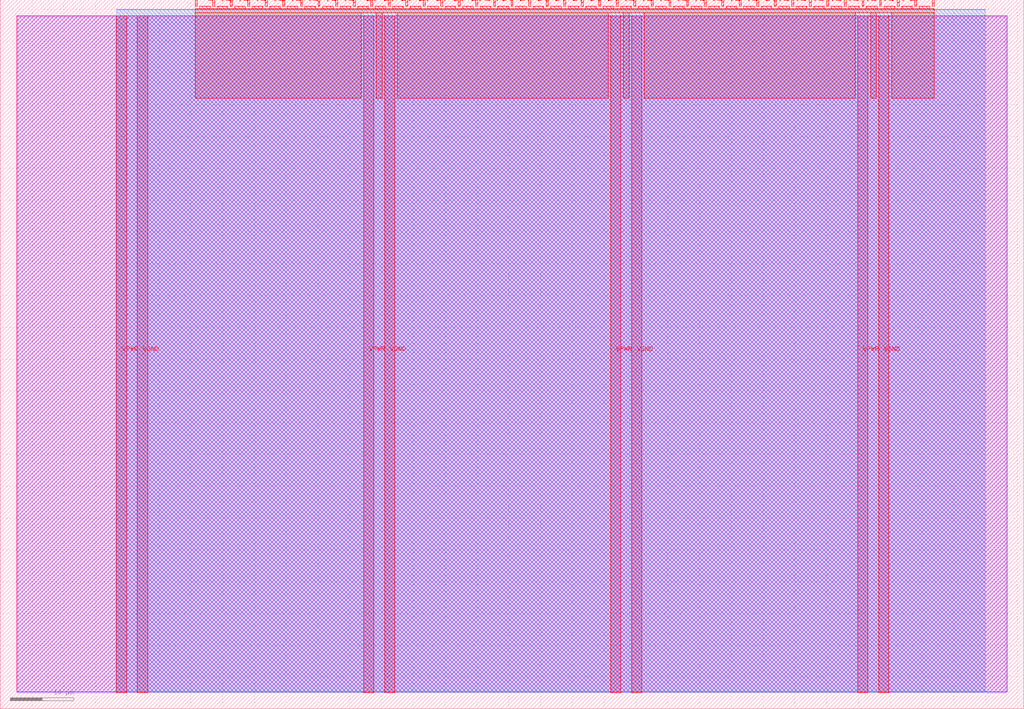
<source format=lef>
VERSION 5.7 ;
  NOWIREEXTENSIONATPIN ON ;
  DIVIDERCHAR "/" ;
  BUSBITCHARS "[]" ;
MACRO tt_um_morse_it
  CLASS BLOCK ;
  FOREIGN tt_um_morse_it ;
  ORIGIN 0.000 0.000 ;
  SIZE 161.000 BY 111.520 ;
  PIN VGND
    DIRECTION INOUT ;
    USE GROUND ;
    PORT
      LAYER met4 ;
        RECT 21.580 2.480 23.180 109.040 ;
    END
    PORT
      LAYER met4 ;
        RECT 60.450 2.480 62.050 109.040 ;
    END
    PORT
      LAYER met4 ;
        RECT 99.320 2.480 100.920 109.040 ;
    END
    PORT
      LAYER met4 ;
        RECT 138.190 2.480 139.790 109.040 ;
    END
  END VGND
  PIN VPWR
    DIRECTION INOUT ;
    USE POWER ;
    PORT
      LAYER met4 ;
        RECT 18.280 2.480 19.880 109.040 ;
    END
    PORT
      LAYER met4 ;
        RECT 57.150 2.480 58.750 109.040 ;
    END
    PORT
      LAYER met4 ;
        RECT 96.020 2.480 97.620 109.040 ;
    END
    PORT
      LAYER met4 ;
        RECT 134.890 2.480 136.490 109.040 ;
    END
  END VPWR
  PIN clk
    DIRECTION INPUT ;
    USE SIGNAL ;
    ANTENNAGATEAREA 0.852000 ;
    PORT
      LAYER met4 ;
        RECT 143.830 110.520 144.130 111.520 ;
    END
  END clk
  PIN ena
    DIRECTION INPUT ;
    USE SIGNAL ;
    ANTENNAGATEAREA 0.196500 ;
    PORT
      LAYER met4 ;
        RECT 146.590 110.520 146.890 111.520 ;
    END
  END ena
  PIN rst_n
    DIRECTION INPUT ;
    USE SIGNAL ;
    ANTENNAGATEAREA 0.196500 ;
    PORT
      LAYER met4 ;
        RECT 141.070 110.520 141.370 111.520 ;
    END
  END rst_n
  PIN ui_in[0]
    DIRECTION INPUT ;
    USE SIGNAL ;
    ANTENNAGATEAREA 0.213000 ;
    PORT
      LAYER met4 ;
        RECT 138.310 110.520 138.610 111.520 ;
    END
  END ui_in[0]
  PIN ui_in[1]
    DIRECTION INPUT ;
    USE SIGNAL ;
    PORT
      LAYER met4 ;
        RECT 135.550 110.520 135.850 111.520 ;
    END
  END ui_in[1]
  PIN ui_in[2]
    DIRECTION INPUT ;
    USE SIGNAL ;
    PORT
      LAYER met4 ;
        RECT 132.790 110.520 133.090 111.520 ;
    END
  END ui_in[2]
  PIN ui_in[3]
    DIRECTION INPUT ;
    USE SIGNAL ;
    PORT
      LAYER met4 ;
        RECT 130.030 110.520 130.330 111.520 ;
    END
  END ui_in[3]
  PIN ui_in[4]
    DIRECTION INPUT ;
    USE SIGNAL ;
    PORT
      LAYER met4 ;
        RECT 127.270 110.520 127.570 111.520 ;
    END
  END ui_in[4]
  PIN ui_in[5]
    DIRECTION INPUT ;
    USE SIGNAL ;
    PORT
      LAYER met4 ;
        RECT 124.510 110.520 124.810 111.520 ;
    END
  END ui_in[5]
  PIN ui_in[6]
    DIRECTION INPUT ;
    USE SIGNAL ;
    PORT
      LAYER met4 ;
        RECT 121.750 110.520 122.050 111.520 ;
    END
  END ui_in[6]
  PIN ui_in[7]
    DIRECTION INPUT ;
    USE SIGNAL ;
    PORT
      LAYER met4 ;
        RECT 118.990 110.520 119.290 111.520 ;
    END
  END ui_in[7]
  PIN uio_in[0]
    DIRECTION INPUT ;
    USE SIGNAL ;
    PORT
      LAYER met4 ;
        RECT 116.230 110.520 116.530 111.520 ;
    END
  END uio_in[0]
  PIN uio_in[1]
    DIRECTION INPUT ;
    USE SIGNAL ;
    PORT
      LAYER met4 ;
        RECT 113.470 110.520 113.770 111.520 ;
    END
  END uio_in[1]
  PIN uio_in[2]
    DIRECTION INPUT ;
    USE SIGNAL ;
    PORT
      LAYER met4 ;
        RECT 110.710 110.520 111.010 111.520 ;
    END
  END uio_in[2]
  PIN uio_in[3]
    DIRECTION INPUT ;
    USE SIGNAL ;
    PORT
      LAYER met4 ;
        RECT 107.950 110.520 108.250 111.520 ;
    END
  END uio_in[3]
  PIN uio_in[4]
    DIRECTION INPUT ;
    USE SIGNAL ;
    PORT
      LAYER met4 ;
        RECT 105.190 110.520 105.490 111.520 ;
    END
  END uio_in[4]
  PIN uio_in[5]
    DIRECTION INPUT ;
    USE SIGNAL ;
    PORT
      LAYER met4 ;
        RECT 102.430 110.520 102.730 111.520 ;
    END
  END uio_in[5]
  PIN uio_in[6]
    DIRECTION INPUT ;
    USE SIGNAL ;
    PORT
      LAYER met4 ;
        RECT 99.670 110.520 99.970 111.520 ;
    END
  END uio_in[6]
  PIN uio_in[7]
    DIRECTION INPUT ;
    USE SIGNAL ;
    PORT
      LAYER met4 ;
        RECT 96.910 110.520 97.210 111.520 ;
    END
  END uio_in[7]
  PIN uio_oe[0]
    DIRECTION OUTPUT ;
    USE SIGNAL ;
    PORT
      LAYER met4 ;
        RECT 49.990 110.520 50.290 111.520 ;
    END
  END uio_oe[0]
  PIN uio_oe[1]
    DIRECTION OUTPUT ;
    USE SIGNAL ;
    PORT
      LAYER met4 ;
        RECT 47.230 110.520 47.530 111.520 ;
    END
  END uio_oe[1]
  PIN uio_oe[2]
    DIRECTION OUTPUT ;
    USE SIGNAL ;
    PORT
      LAYER met4 ;
        RECT 44.470 110.520 44.770 111.520 ;
    END
  END uio_oe[2]
  PIN uio_oe[3]
    DIRECTION OUTPUT ;
    USE SIGNAL ;
    PORT
      LAYER met4 ;
        RECT 41.710 110.520 42.010 111.520 ;
    END
  END uio_oe[3]
  PIN uio_oe[4]
    DIRECTION OUTPUT ;
    USE SIGNAL ;
    PORT
      LAYER met4 ;
        RECT 38.950 110.520 39.250 111.520 ;
    END
  END uio_oe[4]
  PIN uio_oe[5]
    DIRECTION OUTPUT ;
    USE SIGNAL ;
    PORT
      LAYER met4 ;
        RECT 36.190 110.520 36.490 111.520 ;
    END
  END uio_oe[5]
  PIN uio_oe[6]
    DIRECTION OUTPUT ;
    USE SIGNAL ;
    PORT
      LAYER met4 ;
        RECT 33.430 110.520 33.730 111.520 ;
    END
  END uio_oe[6]
  PIN uio_oe[7]
    DIRECTION OUTPUT ;
    USE SIGNAL ;
    PORT
      LAYER met4 ;
        RECT 30.670 110.520 30.970 111.520 ;
    END
  END uio_oe[7]
  PIN uio_out[0]
    DIRECTION OUTPUT ;
    USE SIGNAL ;
    PORT
      LAYER met4 ;
        RECT 72.070 110.520 72.370 111.520 ;
    END
  END uio_out[0]
  PIN uio_out[1]
    DIRECTION OUTPUT ;
    USE SIGNAL ;
    PORT
      LAYER met4 ;
        RECT 69.310 110.520 69.610 111.520 ;
    END
  END uio_out[1]
  PIN uio_out[2]
    DIRECTION OUTPUT ;
    USE SIGNAL ;
    PORT
      LAYER met4 ;
        RECT 66.550 110.520 66.850 111.520 ;
    END
  END uio_out[2]
  PIN uio_out[3]
    DIRECTION OUTPUT ;
    USE SIGNAL ;
    PORT
      LAYER met4 ;
        RECT 63.790 110.520 64.090 111.520 ;
    END
  END uio_out[3]
  PIN uio_out[4]
    DIRECTION OUTPUT ;
    USE SIGNAL ;
    PORT
      LAYER met4 ;
        RECT 61.030 110.520 61.330 111.520 ;
    END
  END uio_out[4]
  PIN uio_out[5]
    DIRECTION OUTPUT ;
    USE SIGNAL ;
    PORT
      LAYER met4 ;
        RECT 58.270 110.520 58.570 111.520 ;
    END
  END uio_out[5]
  PIN uio_out[6]
    DIRECTION OUTPUT ;
    USE SIGNAL ;
    PORT
      LAYER met4 ;
        RECT 55.510 110.520 55.810 111.520 ;
    END
  END uio_out[6]
  PIN uio_out[7]
    DIRECTION OUTPUT ;
    USE SIGNAL ;
    PORT
      LAYER met4 ;
        RECT 52.750 110.520 53.050 111.520 ;
    END
  END uio_out[7]
  PIN uo_out[0]
    DIRECTION OUTPUT ;
    USE SIGNAL ;
    ANTENNAGATEAREA 0.247500 ;
    ANTENNADIFFAREA 0.891000 ;
    PORT
      LAYER met4 ;
        RECT 94.150 110.520 94.450 111.520 ;
    END
  END uo_out[0]
  PIN uo_out[1]
    DIRECTION OUTPUT ;
    USE SIGNAL ;
    ANTENNAGATEAREA 0.247500 ;
    ANTENNADIFFAREA 0.891000 ;
    PORT
      LAYER met4 ;
        RECT 91.390 110.520 91.690 111.520 ;
    END
  END uo_out[1]
  PIN uo_out[2]
    DIRECTION OUTPUT ;
    USE SIGNAL ;
    ANTENNAGATEAREA 0.247500 ;
    ANTENNADIFFAREA 0.891000 ;
    PORT
      LAYER met4 ;
        RECT 88.630 110.520 88.930 111.520 ;
    END
  END uo_out[2]
  PIN uo_out[3]
    DIRECTION OUTPUT ;
    USE SIGNAL ;
    ANTENNAGATEAREA 0.247500 ;
    ANTENNADIFFAREA 0.891000 ;
    PORT
      LAYER met4 ;
        RECT 85.870 110.520 86.170 111.520 ;
    END
  END uo_out[3]
  PIN uo_out[4]
    DIRECTION OUTPUT ;
    USE SIGNAL ;
    ANTENNAGATEAREA 0.247500 ;
    ANTENNADIFFAREA 0.891000 ;
    PORT
      LAYER met4 ;
        RECT 83.110 110.520 83.410 111.520 ;
    END
  END uo_out[4]
  PIN uo_out[5]
    DIRECTION OUTPUT ;
    USE SIGNAL ;
    ANTENNAGATEAREA 0.247500 ;
    ANTENNADIFFAREA 0.891000 ;
    PORT
      LAYER met4 ;
        RECT 80.350 110.520 80.650 111.520 ;
    END
  END uo_out[5]
  PIN uo_out[6]
    DIRECTION OUTPUT ;
    USE SIGNAL ;
    ANTENNAGATEAREA 0.495000 ;
    ANTENNADIFFAREA 0.891000 ;
    PORT
      LAYER met4 ;
        RECT 77.590 110.520 77.890 111.520 ;
    END
  END uo_out[6]
  PIN uo_out[7]
    DIRECTION OUTPUT ;
    USE SIGNAL ;
    PORT
      LAYER met4 ;
        RECT 74.830 110.520 75.130 111.520 ;
    END
  END uo_out[7]
  OBS
      LAYER nwell ;
        RECT 2.570 2.635 158.430 108.990 ;
      LAYER li1 ;
        RECT 2.760 2.635 158.240 108.885 ;
      LAYER met1 ;
        RECT 2.760 2.480 158.240 109.040 ;
      LAYER met2 ;
        RECT 18.310 2.535 154.930 110.005 ;
      LAYER met3 ;
        RECT 18.290 2.555 154.955 109.985 ;
      LAYER met4 ;
        RECT 31.370 110.120 33.030 110.520 ;
        RECT 34.130 110.120 35.790 110.520 ;
        RECT 36.890 110.120 38.550 110.520 ;
        RECT 39.650 110.120 41.310 110.520 ;
        RECT 42.410 110.120 44.070 110.520 ;
        RECT 45.170 110.120 46.830 110.520 ;
        RECT 47.930 110.120 49.590 110.520 ;
        RECT 50.690 110.120 52.350 110.520 ;
        RECT 53.450 110.120 55.110 110.520 ;
        RECT 56.210 110.120 57.870 110.520 ;
        RECT 58.970 110.120 60.630 110.520 ;
        RECT 61.730 110.120 63.390 110.520 ;
        RECT 64.490 110.120 66.150 110.520 ;
        RECT 67.250 110.120 68.910 110.520 ;
        RECT 70.010 110.120 71.670 110.520 ;
        RECT 72.770 110.120 74.430 110.520 ;
        RECT 75.530 110.120 77.190 110.520 ;
        RECT 78.290 110.120 79.950 110.520 ;
        RECT 81.050 110.120 82.710 110.520 ;
        RECT 83.810 110.120 85.470 110.520 ;
        RECT 86.570 110.120 88.230 110.520 ;
        RECT 89.330 110.120 90.990 110.520 ;
        RECT 92.090 110.120 93.750 110.520 ;
        RECT 94.850 110.120 96.510 110.520 ;
        RECT 97.610 110.120 99.270 110.520 ;
        RECT 100.370 110.120 102.030 110.520 ;
        RECT 103.130 110.120 104.790 110.520 ;
        RECT 105.890 110.120 107.550 110.520 ;
        RECT 108.650 110.120 110.310 110.520 ;
        RECT 111.410 110.120 113.070 110.520 ;
        RECT 114.170 110.120 115.830 110.520 ;
        RECT 116.930 110.120 118.590 110.520 ;
        RECT 119.690 110.120 121.350 110.520 ;
        RECT 122.450 110.120 124.110 110.520 ;
        RECT 125.210 110.120 126.870 110.520 ;
        RECT 127.970 110.120 129.630 110.520 ;
        RECT 130.730 110.120 132.390 110.520 ;
        RECT 133.490 110.120 135.150 110.520 ;
        RECT 136.250 110.120 137.910 110.520 ;
        RECT 139.010 110.120 140.670 110.520 ;
        RECT 141.770 110.120 143.430 110.520 ;
        RECT 144.530 110.120 146.190 110.520 ;
        RECT 30.655 109.440 146.905 110.120 ;
        RECT 30.655 96.055 56.750 109.440 ;
        RECT 59.150 96.055 60.050 109.440 ;
        RECT 62.450 96.055 95.620 109.440 ;
        RECT 98.020 96.055 98.920 109.440 ;
        RECT 101.320 96.055 134.490 109.440 ;
        RECT 136.890 96.055 137.790 109.440 ;
        RECT 140.190 96.055 146.905 109.440 ;
  END
END tt_um_morse_it
END LIBRARY


</source>
